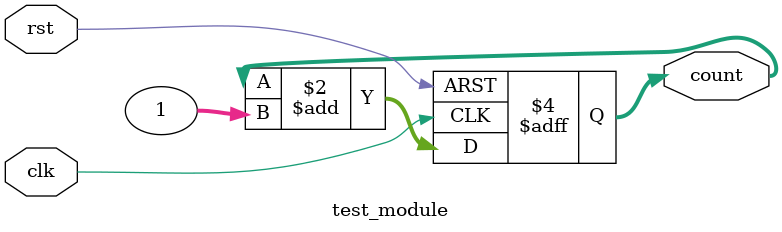
<source format=v>

`define DEBUG 1
`define WIDTH 32

module test_module (
    input clk,
    input rst,
    output reg [`WIDTH-1:0] count
);

`ifdef DEBUG
    initial $display("Debug mode enabled");
`endif

always @(posedge clk or posedge rst) begin
    if (rst) begin
        count <= 0;
    end else begin
        count <= count + 1;
    end
end

endmodule


</source>
